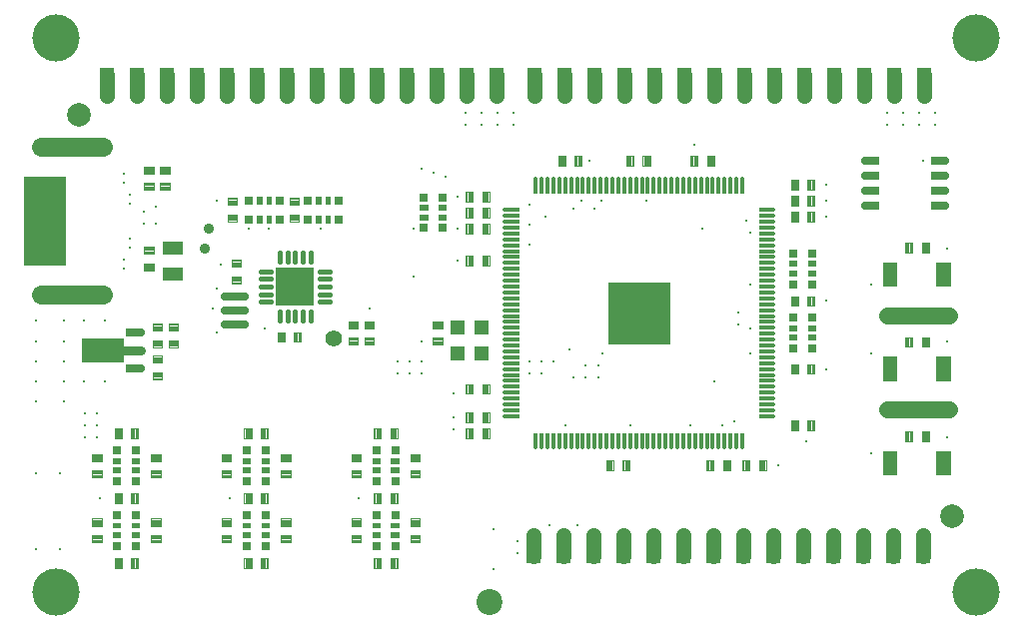
<source format=gts>
G71*G90*G75*D02*
%ASAXBY*OFA0B0*MOMM*FSLAX43Y43*IPPOS*%
%ADD11C,0.100*%
%ADD15C,0.300*%
%ADD16C,0.350*%
%ADD17C,0.400*%
%ADD22C,0.650*%
%ADD23C,0.700*%
%ADD24C,0.800*%
%ADD25C,0.900*%
%ADD28C,1.300*%
%ADD29C,1.400*%
%ADD30C,1.600*%
%ADD31C,2.000*%
%ADD32C,2.200*%
%ADD33C,4.000*%
%ADD37R,0.350X0.350*%
%ADD39R,0.500X0.500*%
%ADD42R,0.650X0.650*%
%ADD43R,0.700X0.700*%
%ADD45R,1.100X1.100*%
%ADD46R,1.200X1.200*%
%ADD47R,1.300X1.300*%
%ADD49R,2.100X2.100*%
%ADD51R,3.300X3.300*%
%ADD52R,3.500X3.500*%
%ADD55R,5.300X5.300*%
G54D15*
G01X146500Y180250D03*
Y179250D03*
X144750Y182750D03*
Y183500D03*
X145250Y181000D03*
Y181750D03*
X147500Y179250D03*
X145250Y178000D03*
Y177250D03*
X144750Y176250D03*
Y175500D03*
X147500Y180750D03*
G54D11*
X146480Y184120D02*
X147280D01*
Y183520D01*
X146480D01*
Y184120D01*
Y184025D02*
X147280D01*
X146480Y183930D02*
X147280D01*
X146480Y183835D02*
X147280D01*
X146480Y183740D02*
X147280D01*
X146480Y183645D02*
X147280D01*
X146480Y183550D02*
X147280D01*
X146480Y182720D02*
X147280D01*
Y182120D01*
X146480D01*
Y182720D01*
Y182625D02*
X147280D01*
X146480Y182530D02*
X147280D01*
X146480Y182435D02*
X147280D01*
X146480Y182340D02*
X147280D01*
X146480Y182245D02*
X147280D01*
X146480Y182150D02*
X147280D01*
X147840Y184120D02*
X148640D01*
Y183520D01*
X147840D01*
Y184120D01*
Y184025D02*
X148640D01*
X147840Y183930D02*
X148640D01*
X147840Y183835D02*
X148640D01*
X147840Y183740D02*
X148640D01*
X147840Y183645D02*
X148640D01*
X147840Y183550D02*
X148640D01*
X147840Y182720D02*
X148640D01*
Y182120D01*
X147840D01*
Y182720D01*
Y182625D02*
X148640D01*
X147840Y182530D02*
X148640D01*
X147840Y182435D02*
X148640D01*
X147840Y182340D02*
X148640D01*
X147840Y182245D02*
X148640D01*
X147840Y182150D02*
X148640D01*
G54D45*
X148607Y177200D02*
X149207D01*
X148607Y175000D02*
X149207D01*
G54D11*
X146480Y177320D02*
X147280D01*
Y176720D01*
X146480D01*
Y177320D01*
Y177225D02*
X147280D01*
X146480Y177130D02*
X147280D01*
X146480Y177035D02*
X147280D01*
X146480Y176940D02*
X147280D01*
X146480Y176845D02*
X147280D01*
X146480Y176750D02*
X147280D01*
X146480Y175920D02*
X147280D01*
Y175320D01*
X146480D01*
Y175920D01*
Y175825D02*
X147280D01*
X146480Y175730D02*
X147280D01*
X146480Y175635D02*
X147280D01*
X146480Y175540D02*
X147280D01*
X146480Y175445D02*
X147280D01*
X146480Y175350D02*
X147280D01*
X143980Y155600D02*
Y156400D01*
X144580D01*
Y155600D01*
X143980D01*
X144075D02*
Y156400D01*
X144170Y155600D02*
Y156400D01*
X144265Y155600D02*
Y156400D01*
X144360Y155600D02*
Y156400D01*
X144455Y155600D02*
Y156400D01*
X144550Y155600D02*
Y156400D01*
X145380Y155600D02*
Y156400D01*
X145980D01*
Y155600D01*
X145380D01*
X145475D02*
Y156400D01*
X145570Y155600D02*
Y156400D01*
X145665Y155600D02*
Y156400D01*
X145760Y155600D02*
Y156400D01*
X145855Y155600D02*
Y156400D01*
X145950Y155600D02*
Y156400D01*
G54D43*
X145775Y160053D03*
X144175D03*
Y157453D03*
X145775D03*
G54D39*
X144275Y159154D02*
X144075D01*
X144275Y158352D02*
X144075D01*
X145875Y159154D02*
X145675D01*
X145876Y158352D02*
X145676D01*
G54D11*
X147080Y158350D02*
X147880D01*
Y157750D01*
X147080D01*
Y158350D01*
Y158255D02*
X147880D01*
X147080Y158160D02*
X147880D01*
X147080Y158065D02*
X147880D01*
X147080Y157970D02*
X147880D01*
X147080Y157875D02*
X147880D01*
X147080Y157780D02*
X147880D01*
X147080Y159750D02*
X147880D01*
Y159150D01*
X147080D01*
Y159750D01*
Y159655D02*
X147880D01*
X147080Y159560D02*
X147880D01*
X147080Y159465D02*
X147880D01*
X147080Y159370D02*
X147880D01*
X147080Y159275D02*
X147880D01*
X147080Y159180D02*
X147880D01*
X142080Y158350D02*
X142880D01*
Y157750D01*
X142080D01*
Y158350D01*
Y158255D02*
X142880D01*
X142080Y158160D02*
X142880D01*
X142080Y158065D02*
X142880D01*
X142080Y157970D02*
X142880D01*
X142080Y157875D02*
X142880D01*
X142080Y157780D02*
X142880D01*
X142080Y159750D02*
X142880D01*
Y159150D01*
X142080D01*
Y159750D01*
Y159655D02*
X142880D01*
X142080Y159560D02*
X142880D01*
X142080Y159465D02*
X142880D01*
X142080Y159370D02*
X142880D01*
X142080Y159275D02*
X142880D01*
X142080Y159180D02*
X142880D01*
X143978Y161096D02*
Y161896D01*
X144578D01*
Y161096D01*
X143978D01*
X144073D02*
Y161896D01*
X144168Y161096D02*
Y161896D01*
X144263Y161096D02*
Y161896D01*
X144358Y161096D02*
Y161896D01*
X144453Y161096D02*
Y161896D01*
X144548Y161096D02*
Y161896D01*
X145378Y161096D02*
Y161896D01*
X145978D01*
Y161096D01*
X145378D01*
X145473D02*
Y161896D01*
X145568Y161096D02*
Y161896D01*
X145663Y161096D02*
Y161896D01*
X145758Y161096D02*
Y161896D01*
X145853Y161096D02*
Y161896D01*
X145948Y161096D02*
Y161896D01*
G54D43*
X145775Y154553D03*
X144175D03*
Y151953D03*
X145775D03*
G54D39*
X144275Y153654D02*
X144075D01*
X144275Y152852D02*
X144075D01*
X145875Y153654D02*
X145675D01*
X145876Y152852D02*
X145676D01*
G54D11*
X143980Y150100D02*
Y150900D01*
X144580D01*
Y150100D01*
X143980D01*
X144075D02*
Y150900D01*
X144170Y150100D02*
Y150900D01*
X144265Y150100D02*
Y150900D01*
X144360Y150100D02*
Y150900D01*
X144455Y150100D02*
Y150900D01*
X144550Y150100D02*
Y150900D01*
X145380Y150100D02*
Y150900D01*
X145980D01*
Y150100D01*
X145380D01*
X145475D02*
Y150900D01*
X145570Y150100D02*
Y150900D01*
X145665Y150100D02*
Y150900D01*
X145760Y150100D02*
Y150900D01*
X145855Y150100D02*
Y150900D01*
X145950Y150100D02*
Y150900D01*
X142080Y152850D02*
X142880D01*
Y152250D01*
X142080D01*
Y152850D01*
Y152755D02*
X142880D01*
X142080Y152660D02*
X142880D01*
X142080Y152565D02*
X142880D01*
X142080Y152470D02*
X142880D01*
X142080Y152375D02*
X142880D01*
X142080Y152280D02*
X142880D01*
X142080Y154250D02*
X142880D01*
Y153650D01*
X142080D01*
Y154250D01*
Y154155D02*
X142880D01*
X142080Y154060D02*
X142880D01*
X142080Y153965D02*
X142880D01*
X142080Y153870D02*
X142880D01*
X142080Y153775D02*
X142880D01*
X142080Y153680D02*
X142880D01*
X147080Y152850D02*
X147880D01*
Y152250D01*
X147080D01*
Y152850D01*
Y152755D02*
X147880D01*
X147080Y152660D02*
X147880D01*
X147080Y152565D02*
X147880D01*
X147080Y152470D02*
X147880D01*
X147080Y152375D02*
X147880D01*
X147080Y152280D02*
X147880D01*
X147080Y154250D02*
X147880D01*
Y153650D01*
X147080D01*
Y154250D01*
Y154155D02*
X147880D01*
X147080Y154060D02*
X147880D01*
X147080Y153965D02*
X147880D01*
X147080Y153870D02*
X147880D01*
X147080Y153775D02*
X147880D01*
X147080Y153680D02*
X147880D01*
G54D15*
X142720Y156003D03*
G54D11*
X154980Y155600D02*
Y156400D01*
X155580D01*
Y155600D01*
X154980D01*
X155075D02*
Y156400D01*
X155170Y155600D02*
Y156400D01*
X155265Y155600D02*
Y156400D01*
X155360Y155600D02*
Y156400D01*
X155455Y155600D02*
Y156400D01*
X155550Y155600D02*
Y156400D01*
X156380Y155600D02*
Y156400D01*
X156980D01*
Y155600D01*
X156380D01*
X156475D02*
Y156400D01*
X156570Y155600D02*
Y156400D01*
X156665Y155600D02*
Y156400D01*
X156760Y155600D02*
Y156400D01*
X156855Y155600D02*
Y156400D01*
X156950Y155600D02*
Y156400D01*
G54D43*
X156775Y160053D03*
X155175D03*
Y157453D03*
X156775D03*
G54D39*
X155275Y159154D02*
X155075D01*
X155275Y158352D02*
X155075D01*
X156875Y159154D02*
X156675D01*
X156876Y158352D02*
X156676D01*
G54D11*
X158080Y158350D02*
X158880D01*
Y157750D01*
X158080D01*
Y158350D01*
Y158255D02*
X158880D01*
X158080Y158160D02*
X158880D01*
X158080Y158065D02*
X158880D01*
X158080Y157970D02*
X158880D01*
X158080Y157875D02*
X158880D01*
X158080Y157780D02*
X158880D01*
X158080Y159750D02*
X158880D01*
Y159150D01*
X158080D01*
Y159750D01*
Y159655D02*
X158880D01*
X158080Y159560D02*
X158880D01*
X158080Y159465D02*
X158880D01*
X158080Y159370D02*
X158880D01*
X158080Y159275D02*
X158880D01*
X158080Y159180D02*
X158880D01*
X153080Y158350D02*
X153880D01*
Y157750D01*
X153080D01*
Y158350D01*
Y158255D02*
X153880D01*
X153080Y158160D02*
X153880D01*
X153080Y158065D02*
X153880D01*
X153080Y157970D02*
X153880D01*
X153080Y157875D02*
X153880D01*
X153080Y157780D02*
X153880D01*
X153080Y159750D02*
X153880D01*
Y159150D01*
X153080D01*
Y159750D01*
Y159655D02*
X153880D01*
X153080Y159560D02*
X153880D01*
X153080Y159465D02*
X153880D01*
X153080Y159370D02*
X153880D01*
X153080Y159275D02*
X153880D01*
X153080Y159180D02*
X153880D01*
X154978Y161096D02*
Y161896D01*
X155578D01*
Y161096D01*
X154978D01*
X155073D02*
Y161896D01*
X155168Y161096D02*
Y161896D01*
X155263Y161096D02*
Y161896D01*
X155358Y161096D02*
Y161896D01*
X155453Y161096D02*
Y161896D01*
X155548Y161096D02*
Y161896D01*
X156378Y161096D02*
Y161896D01*
X156978D01*
Y161096D01*
X156378D01*
X156473D02*
Y161896D01*
X156568Y161096D02*
Y161896D01*
X156663Y161096D02*
Y161896D01*
X156758Y161096D02*
Y161896D01*
X156853Y161096D02*
Y161896D01*
X156948Y161096D02*
Y161896D01*
G54D43*
X156775Y154553D03*
X155175D03*
Y151953D03*
X156775D03*
G54D39*
X155275Y153654D02*
X155075D01*
X155275Y152852D02*
X155075D01*
X156875Y153654D02*
X156675D01*
X156876Y152852D02*
X156676D01*
G54D11*
X154980Y150100D02*
Y150900D01*
X155580D01*
Y150100D01*
X154980D01*
X155075D02*
Y150900D01*
X155170Y150100D02*
Y150900D01*
X155265Y150100D02*
Y150900D01*
X155360Y150100D02*
Y150900D01*
X155455Y150100D02*
Y150900D01*
X155550Y150100D02*
Y150900D01*
X156380Y150100D02*
Y150900D01*
X156980D01*
Y150100D01*
X156380D01*
X156475D02*
Y150900D01*
X156570Y150100D02*
Y150900D01*
X156665Y150100D02*
Y150900D01*
X156760Y150100D02*
Y150900D01*
X156855Y150100D02*
Y150900D01*
X156950Y150100D02*
Y150900D01*
X153080Y152850D02*
X153880D01*
Y152250D01*
X153080D01*
Y152850D01*
Y152755D02*
X153880D01*
X153080Y152660D02*
X153880D01*
X153080Y152565D02*
X153880D01*
X153080Y152470D02*
X153880D01*
X153080Y152375D02*
X153880D01*
X153080Y152280D02*
X153880D01*
X153080Y154250D02*
X153880D01*
Y153650D01*
X153080D01*
Y154250D01*
Y154155D02*
X153880D01*
X153080Y154060D02*
X153880D01*
X153080Y153965D02*
X153880D01*
X153080Y153870D02*
X153880D01*
X153080Y153775D02*
X153880D01*
X153080Y153680D02*
X153880D01*
X158080Y152850D02*
X158880D01*
Y152250D01*
X158080D01*
Y152850D01*
Y152755D02*
X158880D01*
X158080Y152660D02*
X158880D01*
X158080Y152565D02*
X158880D01*
X158080Y152470D02*
X158880D01*
X158080Y152375D02*
X158880D01*
X158080Y152280D02*
X158880D01*
X158080Y154250D02*
X158880D01*
Y153650D01*
X158080D01*
Y154250D01*
Y154155D02*
X158880D01*
X158080Y154060D02*
X158880D01*
X158080Y153965D02*
X158880D01*
X158080Y153870D02*
X158880D01*
X158080Y153775D02*
X158880D01*
X158080Y153680D02*
X158880D01*
G54D15*
X153720Y156003D03*
G54D11*
X165980Y155600D02*
Y156400D01*
X166580D01*
Y155600D01*
X165980D01*
X166075D02*
Y156400D01*
X166170Y155600D02*
Y156400D01*
X166265Y155600D02*
Y156400D01*
X166360Y155600D02*
Y156400D01*
X166455Y155600D02*
Y156400D01*
X166550Y155600D02*
Y156400D01*
X167380Y155600D02*
Y156400D01*
X167980D01*
Y155600D01*
X167380D01*
X167475D02*
Y156400D01*
X167570Y155600D02*
Y156400D01*
X167665Y155600D02*
Y156400D01*
X167760Y155600D02*
Y156400D01*
X167855Y155600D02*
Y156400D01*
X167950Y155600D02*
Y156400D01*
G54D43*
X167775Y160053D03*
X166175D03*
Y157453D03*
X167775D03*
G54D39*
X166275Y159154D02*
X166075D01*
X166275Y158352D02*
X166075D01*
X167875Y159154D02*
X167675D01*
X167876Y158352D02*
X167676D01*
G54D11*
X169080Y158350D02*
X169880D01*
Y157750D01*
X169080D01*
Y158350D01*
Y158255D02*
X169880D01*
X169080Y158160D02*
X169880D01*
X169080Y158065D02*
X169880D01*
X169080Y157970D02*
X169880D01*
X169080Y157875D02*
X169880D01*
X169080Y157780D02*
X169880D01*
X169080Y159750D02*
X169880D01*
Y159150D01*
X169080D01*
Y159750D01*
Y159655D02*
X169880D01*
X169080Y159560D02*
X169880D01*
X169080Y159465D02*
X169880D01*
X169080Y159370D02*
X169880D01*
X169080Y159275D02*
X169880D01*
X169080Y159180D02*
X169880D01*
X164080Y158350D02*
X164880D01*
Y157750D01*
X164080D01*
Y158350D01*
Y158255D02*
X164880D01*
X164080Y158160D02*
X164880D01*
X164080Y158065D02*
X164880D01*
X164080Y157970D02*
X164880D01*
X164080Y157875D02*
X164880D01*
X164080Y157780D02*
X164880D01*
X164080Y159750D02*
X164880D01*
Y159150D01*
X164080D01*
Y159750D01*
Y159655D02*
X164880D01*
X164080Y159560D02*
X164880D01*
X164080Y159465D02*
X164880D01*
X164080Y159370D02*
X164880D01*
X164080Y159275D02*
X164880D01*
X164080Y159180D02*
X164880D01*
X165978Y161096D02*
Y161896D01*
X166578D01*
Y161096D01*
X165978D01*
X166073D02*
Y161896D01*
X166168Y161096D02*
Y161896D01*
X166263Y161096D02*
Y161896D01*
X166358Y161096D02*
Y161896D01*
X166453Y161096D02*
Y161896D01*
X166548Y161096D02*
Y161896D01*
X167378Y161096D02*
Y161896D01*
X167978D01*
Y161096D01*
X167378D01*
X167473D02*
Y161896D01*
X167568Y161096D02*
Y161896D01*
X167663Y161096D02*
Y161896D01*
X167758Y161096D02*
Y161896D01*
X167853Y161096D02*
Y161896D01*
X167948Y161096D02*
Y161896D01*
G54D43*
X167775Y154553D03*
X166175D03*
Y151953D03*
X167775D03*
G54D39*
X166275Y153654D02*
X166075D01*
X166275Y152852D02*
X166075D01*
X167875Y153654D02*
X167675D01*
X167876Y152852D02*
X167676D01*
G54D11*
X165980Y150100D02*
Y150900D01*
X166580D01*
Y150100D01*
X165980D01*
X166075D02*
Y150900D01*
X166170Y150100D02*
Y150900D01*
X166265Y150100D02*
Y150900D01*
X166360Y150100D02*
Y150900D01*
X166455Y150100D02*
Y150900D01*
X166550Y150100D02*
Y150900D01*
X167380Y150100D02*
Y150900D01*
X167980D01*
Y150100D01*
X167380D01*
X167475D02*
Y150900D01*
X167570Y150100D02*
Y150900D01*
X167665Y150100D02*
Y150900D01*
X167760Y150100D02*
Y150900D01*
X167855Y150100D02*
Y150900D01*
X167950Y150100D02*
Y150900D01*
X164080Y152850D02*
X164880D01*
Y152250D01*
X164080D01*
Y152850D01*
Y152755D02*
X164880D01*
X164080Y152660D02*
X164880D01*
X164080Y152565D02*
X164880D01*
X164080Y152470D02*
X164880D01*
X164080Y152375D02*
X164880D01*
X164080Y152280D02*
X164880D01*
X164080Y154250D02*
X164880D01*
Y153650D01*
X164080D01*
Y154250D01*
Y154155D02*
X164880D01*
X164080Y154060D02*
X164880D01*
X164080Y153965D02*
X164880D01*
X164080Y153870D02*
X164880D01*
X164080Y153775D02*
X164880D01*
X164080Y153680D02*
X164880D01*
X169080Y152850D02*
X169880D01*
Y152250D01*
X169080D01*
Y152850D01*
Y152755D02*
X169880D01*
X169080Y152660D02*
X169880D01*
X169080Y152565D02*
X169880D01*
X169080Y152470D02*
X169880D01*
X169080Y152375D02*
X169880D01*
X169080Y152280D02*
X169880D01*
X169080Y154250D02*
X169880D01*
Y153650D01*
X169080D01*
Y154250D01*
Y154155D02*
X169880D01*
X169080Y154060D02*
X169880D01*
X169080Y153965D02*
X169880D01*
X169080Y153870D02*
X169880D01*
X169080Y153775D02*
X169880D01*
X169080Y153680D02*
X169880D01*
G54D15*
X164720Y156003D03*
G54D11*
X211000Y176850D02*
Y177650D01*
X211600D01*
Y176850D01*
X211000D01*
X211095D02*
Y177650D01*
X211190Y176850D02*
Y177650D01*
X211285Y176850D02*
Y177650D01*
X211380Y176850D02*
Y177650D01*
X211475Y176850D02*
Y177650D01*
X211570Y176850D02*
Y177650D01*
X212400Y176850D02*
Y177650D01*
X213000D01*
Y176850D01*
X212400D01*
X212495D02*
Y177650D01*
X212590Y176850D02*
Y177650D01*
X212685Y176850D02*
Y177650D01*
X212780Y176850D02*
Y177650D01*
X212875Y176850D02*
Y177650D01*
X212970Y176850D02*
Y177650D01*
G54D46*
X209750Y175400D02*
Y174500D01*
X214250Y175400D02*
Y174500D01*
G54D11*
X211000Y168850D02*
Y169650D01*
X211600D01*
Y168850D01*
X211000D01*
X211095D02*
Y169650D01*
X211190Y168850D02*
Y169650D01*
X211285Y168850D02*
Y169650D01*
X211380Y168850D02*
Y169650D01*
X211475Y168850D02*
Y169650D01*
X211570Y168850D02*
Y169650D01*
X212400Y168850D02*
Y169650D01*
X213000D01*
Y168850D01*
X212400D01*
X212495D02*
Y169650D01*
X212590Y168850D02*
Y169650D01*
X212685Y168850D02*
Y169650D01*
X212780Y168850D02*
Y169650D01*
X212875Y168850D02*
Y169650D01*
X212970Y168850D02*
Y169650D01*
G54D46*
X209750Y167400D02*
Y166500D01*
X214250Y167400D02*
Y166500D01*
G54D11*
X211000Y160850D02*
Y161650D01*
X211600D01*
Y160850D01*
X211000D01*
X211095D02*
Y161650D01*
X211190Y160850D02*
Y161650D01*
X211285Y160850D02*
Y161650D01*
X211380Y160850D02*
Y161650D01*
X211475Y160850D02*
Y161650D01*
X211570Y160850D02*
Y161650D01*
X212400Y160850D02*
Y161650D01*
X213000D01*
Y160850D01*
X212400D01*
X212495D02*
Y161650D01*
X212590Y160850D02*
Y161650D01*
X212685Y160850D02*
Y161650D01*
X212780Y160850D02*
Y161650D01*
X212875Y160850D02*
Y161650D01*
X212970Y160850D02*
Y161650D01*
G54D46*
X209750Y159400D02*
Y158500D01*
X214250Y159400D02*
Y158500D01*
G54D33*
X139000Y195000D03*
Y148000D03*
X217000Y195000D03*
Y148000D03*
G54D29*
X209500Y171500D02*
X214750D01*
X209500Y163500D02*
X214750D01*
G54D15*
X137354Y171019D03*
Y169319D03*
Y167619D03*
Y165919D03*
Y164219D03*
X142460Y161160D03*
X141440D03*
Y162180D03*
X142460D03*
X141440Y163200D03*
X142460D03*
X137354Y151639D03*
Y158099D03*
X139394Y151639D03*
Y158099D03*
G54D30*
X137750Y185750D02*
X143000D01*
X137750Y173250D02*
X143000D01*
G54D15*
X180874Y153679D03*
X183254D03*
X176114Y153339D03*
Y149939D03*
X178160Y152320D03*
Y151300D03*
X173734Y188699D03*
X175094D03*
X173734Y187679D03*
X175094D03*
X209434Y188699D03*
Y187679D03*
X210794Y188699D03*
Y187679D03*
X176460Y188700D03*
Y187680D03*
X177820Y188700D03*
Y187680D03*
X212160Y188700D03*
Y187680D03*
X213520Y188700D03*
Y187680D03*
X208074Y159799D03*
Y174079D03*
X214540Y177140D03*
Y169320D03*
Y161160D03*
X208074Y168299D03*
G54D47*
X179552Y191916D03*
G54D28*
Y190135D01*
G54D47*
X182092Y191916D03*
G54D28*
Y190135D01*
G54D47*
X184632Y191916D03*
G54D28*
Y190135D01*
G54D47*
X187172Y191916D03*
G54D28*
Y190135D01*
G54D47*
X189712Y191916D03*
G54D28*
Y190135D01*
G54D47*
X192252Y191916D03*
G54D28*
Y190135D01*
G54D47*
X194792Y191916D03*
G54D28*
Y190135D01*
G54D47*
X197332Y191916D03*
G54D28*
Y190135D01*
G54D47*
X199872Y191916D03*
G54D28*
Y190135D01*
G54D47*
X202412Y191916D03*
G54D28*
Y190135D01*
G54D47*
X204952Y191916D03*
G54D28*
Y190135D01*
G54D47*
X207492Y191916D03*
G54D28*
Y190135D01*
G54D47*
X210032Y191916D03*
G54D28*
Y190135D01*
G54D47*
X212572Y191916D03*
G54D28*
Y190135D01*
G54D47*
X143352Y191916D03*
G54D28*
Y190135D01*
G54D47*
X145892Y191916D03*
G54D28*
Y190135D01*
G54D47*
X148432Y191916D03*
G54D28*
Y190135D01*
G54D47*
X150972Y191916D03*
G54D28*
Y190135D01*
G54D47*
X153512Y191916D03*
G54D28*
Y190135D01*
G54D47*
X156052Y191916D03*
G54D28*
Y190135D01*
G54D47*
X158592Y191916D03*
G54D28*
Y190135D01*
G54D47*
X161132Y191916D03*
G54D28*
Y190135D01*
G54D47*
X163672Y191916D03*
G54D28*
Y190135D01*
G54D47*
X166212Y191916D03*
G54D28*
Y190135D01*
G54D47*
X168752Y191916D03*
G54D28*
Y190135D01*
G54D47*
X171292Y191916D03*
G54D28*
Y190135D01*
G54D47*
X173832Y191916D03*
G54D28*
Y190135D01*
G54D47*
X176372Y191916D03*
G54D28*
Y190135D01*
G54D47*
X212548Y151084D03*
G54D28*
Y152865D01*
G54D47*
X210008Y151084D03*
G54D28*
Y152865D01*
G54D47*
X207468Y151084D03*
G54D28*
Y152865D01*
G54D47*
X204928Y151084D03*
G54D28*
Y152865D01*
G54D47*
X202388Y151084D03*
G54D28*
Y152865D01*
G54D47*
X199848Y151084D03*
G54D28*
Y152865D01*
G54D47*
X197308Y151084D03*
G54D28*
Y152865D01*
G54D47*
X194768Y151084D03*
G54D28*
Y152865D01*
G54D47*
X192228Y151084D03*
G54D28*
Y152865D01*
G54D47*
X189688Y151084D03*
G54D28*
Y152865D01*
G54D47*
X187148Y151084D03*
G54D28*
Y152865D01*
G54D47*
X184608Y151084D03*
G54D28*
Y152865D01*
G54D47*
X182068Y151084D03*
G54D28*
Y152865D01*
G54D47*
X179528Y151084D03*
G54D28*
Y152865D01*
G54D52*
X138100Y181499D02*
Y177499D01*
G54D23*
X146252Y167019D02*
X145302D01*
G54D43*
D03*
G54D49*
X143752Y168519D02*
X142252D01*
G54D23*
X146252Y170019D02*
X145302D01*
G54D43*
D03*
G54D24*
X146252Y168519D02*
X144192D01*
G54D11*
X147210Y166660D02*
X148010D01*
Y166060D01*
X147210D01*
Y166660D01*
Y166565D02*
X148010D01*
X147210Y166470D02*
X148010D01*
X147210Y166375D02*
X148010D01*
X147210Y166280D02*
X148010D01*
X147210Y166185D02*
X148010D01*
X147210Y166090D02*
X148010D01*
X147210Y168060D02*
X148010D01*
Y167460D01*
X147210D01*
Y168060D01*
Y167965D02*
X148010D01*
X147210Y167870D02*
X148010D01*
X147210Y167775D02*
X148010D01*
X147210Y167680D02*
X148010D01*
X147210Y167585D02*
X148010D01*
X147210Y167490D02*
X148010D01*
X147210Y169380D02*
X148010D01*
Y168780D01*
X147210D01*
Y169380D01*
Y169285D02*
X148010D01*
X147210Y169190D02*
X148010D01*
X147210Y169095D02*
X148010D01*
X147210Y169000D02*
X148010D01*
X147210Y168905D02*
X148010D01*
X147210Y168810D02*
X148010D01*
X147210Y170780D02*
X148010D01*
Y170180D01*
X147210D01*
Y170780D01*
Y170685D02*
X148010D01*
X147210Y170590D02*
X148010D01*
X147210Y170495D02*
X148010D01*
X147210Y170400D02*
X148010D01*
X147210Y170305D02*
X148010D01*
X147210Y170210D02*
X148010D01*
X148572Y169377D02*
X149372D01*
Y168777D01*
X148572D01*
Y169377D01*
Y169282D02*
X149372D01*
X148572Y169187D02*
X149372D01*
X148572Y169092D02*
X149372D01*
X148572Y168997D02*
X149372D01*
X148572Y168902D02*
X149372D01*
X148572Y168807D02*
X149372D01*
X148572Y170777D02*
X149372D01*
Y170177D01*
X148572D01*
Y170777D01*
Y170682D02*
X149372D01*
X148572Y170587D02*
X149372D01*
X148572Y170492D02*
X149372D01*
X148572Y170397D02*
X149372D01*
X148572Y170302D02*
X149372D01*
X148572Y170207D02*
X149372D01*
G54D15*
X141434Y171019D03*
Y165919D03*
X143134Y171019D03*
Y165919D03*
X139734Y171019D03*
Y169319D03*
Y167619D03*
Y165919D03*
Y164219D03*
G54D31*
X215000Y154500D03*
X141000Y188500D03*
G54D32*
X175800Y147220D03*
G54D22*
X153346Y171876D02*
X155046D01*
X153346Y170676D02*
X155046D01*
X153346Y173076D02*
X155046D01*
G54D11*
X153890Y174790D02*
X154690D01*
Y174190D01*
X153890D01*
Y174790D01*
Y174695D02*
X154690D01*
X153890Y174600D02*
X154690D01*
X153890Y174505D02*
X154690D01*
X153890Y174410D02*
X154690D01*
X153890Y174315D02*
X154690D01*
X153890Y174220D02*
X154690D01*
X153890Y176190D02*
X154690D01*
Y175590D01*
X153890D01*
Y176190D01*
Y176095D02*
X154690D01*
X153890Y176000D02*
X154690D01*
X153890Y175905D02*
X154690D01*
X153890Y175810D02*
X154690D01*
X153890Y175715D02*
X154690D01*
X153890Y175620D02*
X154690D01*
X157780Y169260D02*
Y170060D01*
X158380D01*
Y169260D01*
X157780D01*
X157875D02*
Y170060D01*
X157970Y169260D02*
Y170060D01*
X158065Y169260D02*
Y170060D01*
X158160Y169260D02*
Y170060D01*
X158255Y169260D02*
Y170060D01*
X158350Y169260D02*
Y170060D01*
X159180Y169260D02*
Y170060D01*
X159780D01*
Y169260D01*
X159180D01*
X159275D02*
Y170060D01*
X159370Y169260D02*
Y170060D01*
X159465Y169260D02*
Y170060D01*
X159560Y169260D02*
Y170060D01*
X159655Y169260D02*
Y170060D01*
X159750Y169260D02*
Y170060D01*
G54D15*
X152654Y173739D03*
X152314Y172039D03*
X152654Y169999D03*
X156734Y170339D03*
G54D43*
X160397Y181235D03*
Y179635D03*
X162997D03*
Y181235D03*
G54D39*
X161296Y179735D02*
Y179535D01*
X162098Y179735D02*
Y179535D01*
X161296Y181335D02*
Y181135D01*
X162098Y181336D02*
Y181136D01*
G54D11*
X158800Y180040D02*
X159600D01*
Y179440D01*
X158800D01*
Y180040D01*
Y179945D02*
X159600D01*
X158800Y179850D02*
X159600D01*
X158800Y179755D02*
X159600D01*
X158800Y179660D02*
X159600D01*
X158800Y179565D02*
X159600D01*
X158800Y179470D02*
X159600D01*
X158800Y181440D02*
X159600D01*
Y180840D01*
X158800D01*
Y181440D01*
Y181345D02*
X159600D01*
X158800Y181250D02*
X159600D01*
X158800Y181155D02*
X159600D01*
X158800Y181060D02*
X159600D01*
X158800Y180965D02*
X159600D01*
X158800Y180870D02*
X159600D01*
G54D43*
X155397Y181235D03*
Y179635D03*
X157997D03*
Y181235D03*
G54D39*
X156296Y179735D02*
Y179535D01*
X157098Y179735D02*
Y179535D01*
X156296Y181335D02*
Y181135D01*
X157098Y181336D02*
Y181136D01*
G54D11*
X153550Y180040D02*
X154350D01*
Y179440D01*
X153550D01*
Y180040D01*
Y179945D02*
X154350D01*
X153550Y179850D02*
X154350D01*
X153550Y179755D02*
X154350D01*
X153550Y179660D02*
X154350D01*
X153550Y179565D02*
X154350D01*
X153550Y179470D02*
X154350D01*
X153550Y181440D02*
X154350D01*
Y180840D01*
X153550D01*
Y181440D01*
Y181345D02*
X154350D01*
X153550Y181250D02*
X154350D01*
X153550Y181155D02*
X154350D01*
X153550Y181060D02*
X154350D01*
X153550Y180965D02*
X154350D01*
X153550Y180870D02*
X154350D01*
G54D15*
X155374Y178839D03*
X157074D03*
X161494D03*
G54D29*
X162530Y169520D03*
G54D15*
X152994Y175779D03*
X152654Y181219D03*
G54D11*
X165180Y169600D02*
X165980D01*
Y169000D01*
X165180D01*
Y169600D01*
Y169505D02*
X165980D01*
X165180Y169410D02*
X165980D01*
X165180Y169315D02*
X165980D01*
X165180Y169220D02*
X165980D01*
X165180Y169125D02*
X165980D01*
X165180Y169030D02*
X165980D01*
X165180Y171000D02*
X165980D01*
Y170400D01*
X165180D01*
Y171000D01*
Y170905D02*
X165980D01*
X165180Y170810D02*
X165980D01*
X165180Y170715D02*
X165980D01*
X165180Y170620D02*
X165980D01*
X165180Y170525D02*
X165980D01*
X165180Y170430D02*
X165980D01*
X163820Y169600D02*
X164620D01*
Y169000D01*
X163820D01*
Y169600D01*
Y169505D02*
X164620D01*
X163820Y169410D02*
X164620D01*
X163820Y169315D02*
X164620D01*
X163820Y169220D02*
X164620D01*
X163820Y169125D02*
X164620D01*
X163820Y169030D02*
X164620D01*
X163820Y171000D02*
X164620D01*
Y170400D01*
X163820D01*
Y171000D01*
Y170905D02*
X164620D01*
X163820Y170810D02*
X164620D01*
X163820Y170715D02*
X164620D01*
X163820Y170620D02*
X164620D01*
X163820Y170525D02*
X164620D01*
X163820Y170430D02*
X164620D01*
G54D15*
X165574Y172039D03*
X158098Y172747D03*
X159288Y173937D03*
X160478Y172747D03*
Y175127D03*
X158098D03*
G54D51*
X159290Y173940D03*
G54D17*
X157190D02*
X156390D01*
X162190D02*
X161390D01*
X159290Y171840D02*
Y171040D01*
Y176840D02*
Y176040D01*
X158640Y171840D02*
Y171040D01*
Y176840D02*
Y176040D01*
X157990Y171840D02*
Y171040D01*
Y176840D02*
Y176040D01*
X159940Y171840D02*
Y171040D01*
Y176840D02*
Y176040D01*
X160590Y171840D02*
Y171040D01*
Y176840D02*
Y176040D01*
X157190Y173290D02*
X156390D01*
X162190D02*
X161390D01*
X157190Y172640D02*
X156390D01*
X162190D02*
X161390D01*
X157190Y174590D02*
X156390D01*
X162190D02*
X161390D01*
X157190Y175240D02*
X156390D01*
X162190D02*
X161390D01*
G54D47*
X175095Y170456D03*
X173095D03*
Y168256D03*
X175095D03*
G54D15*
X180534Y179859D03*
X182580Y168640D03*
X185300Y168300D03*
G54D11*
X173760Y181160D02*
Y181960D01*
X174360D01*
Y181160D01*
X173760D01*
X173855D02*
Y181960D01*
X173950Y181160D02*
Y181960D01*
X174045Y181160D02*
Y181960D01*
X174140Y181160D02*
Y181960D01*
X174235Y181160D02*
Y181960D01*
X174330Y181160D02*
Y181960D01*
X175160Y181160D02*
Y181960D01*
X175760D01*
Y181160D01*
X175160D01*
X175255D02*
Y181960D01*
X175350Y181160D02*
Y181960D01*
X175445Y181160D02*
Y181960D01*
X175540Y181160D02*
Y181960D01*
X175635Y181160D02*
Y181960D01*
X175730Y181160D02*
Y181960D01*
G54D15*
X173054Y181559D03*
G54D11*
X173760Y179800D02*
Y180600D01*
X174360D01*
Y179800D01*
X173760D01*
X173855D02*
Y180600D01*
X173950Y179800D02*
Y180600D01*
X174045Y179800D02*
Y180600D01*
X174140Y179800D02*
Y180600D01*
X174235Y179800D02*
Y180600D01*
X174330Y179800D02*
Y180600D01*
X175160Y179800D02*
Y180600D01*
X175760D01*
Y179800D01*
X175160D01*
X175255D02*
Y180600D01*
X175350Y179800D02*
Y180600D01*
X175445Y179800D02*
Y180600D01*
X175540Y179800D02*
Y180600D01*
X175635Y179800D02*
Y180600D01*
X175730Y179800D02*
Y180600D01*
X173760Y178440D02*
Y179240D01*
X174360D01*
Y178440D01*
X173760D01*
X173855D02*
Y179240D01*
X173950Y178440D02*
Y179240D01*
X174045Y178440D02*
Y179240D01*
X174140Y178440D02*
Y179240D01*
X174235Y178440D02*
Y179240D01*
X174330Y178440D02*
Y179240D01*
X175160Y178440D02*
Y179240D01*
X175760D01*
Y178440D01*
X175160D01*
X175255D02*
Y179240D01*
X175350Y178440D02*
Y179240D01*
X175445Y178440D02*
Y179240D01*
X175540Y178440D02*
Y179240D01*
X175635Y178440D02*
Y179240D01*
X175730Y178440D02*
Y179240D01*
G54D15*
X173054Y178839D03*
G54D11*
X173760Y175720D02*
Y176520D01*
X174360D01*
Y175720D01*
X173760D01*
X173855D02*
Y176520D01*
X173950Y175720D02*
Y176520D01*
X174045Y175720D02*
Y176520D01*
X174140Y175720D02*
Y176520D01*
X174235Y175720D02*
Y176520D01*
X174330Y175720D02*
Y176520D01*
X175160Y175720D02*
Y176520D01*
X175760D01*
Y175720D01*
X175160D01*
X175255D02*
Y176520D01*
X175350Y175720D02*
Y176520D01*
X175445Y175720D02*
Y176520D01*
X175540Y175720D02*
Y176520D01*
X175635Y175720D02*
Y176520D01*
X175730Y175720D02*
Y176520D01*
G54D15*
X173054Y176119D03*
G54D11*
X173760Y164840D02*
Y165640D01*
X174360D01*
Y164840D01*
X173760D01*
X173855D02*
Y165640D01*
X173950Y164840D02*
Y165640D01*
X174045Y164840D02*
Y165640D01*
X174140Y164840D02*
Y165640D01*
X174235Y164840D02*
Y165640D01*
X174330Y164840D02*
Y165640D01*
X175160Y164840D02*
Y165640D01*
X175760D01*
Y164840D01*
X175160D01*
X175255D02*
Y165640D01*
X175350Y164840D02*
Y165640D01*
X175445Y164840D02*
Y165640D01*
X175540Y164840D02*
Y165640D01*
X175635Y164840D02*
Y165640D01*
X175730Y164840D02*
Y165640D01*
X173760Y162460D02*
Y163260D01*
X174360D01*
Y162460D01*
X173760D01*
X173855D02*
Y163260D01*
X173950Y162460D02*
Y163260D01*
X174045Y162460D02*
Y163260D01*
X174140Y162460D02*
Y163260D01*
X174235Y162460D02*
Y163260D01*
X174330Y162460D02*
Y163260D01*
X175160Y162460D02*
Y163260D01*
X175760D01*
Y162460D01*
X175160D01*
X175255D02*
Y163260D01*
X175350Y162460D02*
Y163260D01*
X175445Y162460D02*
Y163260D01*
X175540Y162460D02*
Y163260D01*
X175635Y162460D02*
Y163260D01*
X175730Y162460D02*
Y163260D01*
X173760Y161100D02*
Y161900D01*
X174360D01*
Y161100D01*
X173760D01*
X173855D02*
Y161900D01*
X173950Y161100D02*
Y161900D01*
X174045Y161100D02*
Y161900D01*
X174140Y161100D02*
Y161900D01*
X174235Y161100D02*
Y161900D01*
X174330Y161100D02*
Y161900D01*
X175160Y161100D02*
Y161900D01*
X175760D01*
Y161100D01*
X175160D01*
X175255D02*
Y161900D01*
X175350Y161100D02*
Y161900D01*
X175445Y161100D02*
Y161900D01*
X175540Y161100D02*
Y161900D01*
X175635Y161100D02*
Y161900D01*
X175730Y161100D02*
Y161900D01*
X185660Y158380D02*
Y159180D01*
X186260D01*
Y158380D01*
X185660D01*
X185755D02*
Y159180D01*
X185850Y158380D02*
Y159180D01*
X185945Y158380D02*
Y159180D01*
X186040Y158380D02*
Y159180D01*
X186135Y158380D02*
Y159180D01*
X186230Y158380D02*
Y159180D01*
X187060Y158380D02*
Y159180D01*
X187660D01*
Y158380D01*
X187060D01*
X187155D02*
Y159180D01*
X187250Y158380D02*
Y159180D01*
X187345Y158380D02*
Y159180D01*
X187440Y158380D02*
Y159180D01*
X187535Y158380D02*
Y159180D01*
X187630Y158380D02*
Y159180D01*
X194160Y158380D02*
Y159180D01*
X194760D01*
Y158380D01*
X194160D01*
X194255D02*
Y159180D01*
X194350Y158380D02*
Y159180D01*
X194445Y158380D02*
Y159180D01*
X194540Y158380D02*
Y159180D01*
X194635Y158380D02*
Y159180D01*
X194730Y158380D02*
Y159180D01*
X195560Y158380D02*
Y159180D01*
X196160D01*
Y158380D01*
X195560D01*
X195655D02*
Y159180D01*
X195750Y158380D02*
Y159180D01*
X195845Y158380D02*
Y159180D01*
X195940Y158380D02*
Y159180D01*
X196035Y158380D02*
Y159180D01*
X196130Y158380D02*
Y159180D01*
X197220Y158380D02*
Y159180D01*
X197820D01*
Y158380D01*
X197220D01*
X197315D02*
Y159180D01*
X197410Y158380D02*
Y159180D01*
X197505Y158380D02*
Y159180D01*
X197600Y158380D02*
Y159180D01*
X197695Y158380D02*
Y159180D01*
X197790Y158380D02*
Y159180D01*
X198620Y158380D02*
Y159180D01*
X199220D01*
Y158380D01*
X198620D01*
X198715D02*
Y159180D01*
X198810Y158380D02*
Y159180D01*
X198905Y158380D02*
Y159180D01*
X199000Y158380D02*
Y159180D01*
X199095Y158380D02*
Y159180D01*
X199190Y158380D02*
Y159180D01*
G54D15*
X197874Y168299D03*
X182234Y162179D03*
X187674D03*
X192774D03*
X195494D03*
X197540Y179520D03*
X197874Y178499D03*
X189034Y181219D03*
X193800Y178840D03*
X197874Y174079D03*
G54D11*
X201300Y161780D02*
Y162580D01*
X201900D01*
Y161780D01*
X201300D01*
X201395D02*
Y162580D01*
X201490Y161780D02*
Y162580D01*
X201585Y161780D02*
Y162580D01*
X201680Y161780D02*
Y162580D01*
X201775Y161780D02*
Y162580D01*
X201870Y161780D02*
Y162580D01*
X202700Y161780D02*
Y162580D01*
X203300D01*
Y161780D01*
X202700D01*
X202795D02*
Y162580D01*
X202890Y161780D02*
Y162580D01*
X202985Y161780D02*
Y162580D01*
X203080Y161780D02*
Y162580D01*
X203175Y161780D02*
Y162580D01*
X203270Y161780D02*
Y162580D01*
G54D15*
X202634Y160819D03*
G54D11*
X187360Y184220D02*
Y185020D01*
X187960D01*
Y184220D01*
X187360D01*
X187455D02*
Y185020D01*
X187550Y184220D02*
Y185020D01*
X187645Y184220D02*
Y185020D01*
X187740Y184220D02*
Y185020D01*
X187835Y184220D02*
Y185020D01*
X187930Y184220D02*
Y185020D01*
X188760Y184220D02*
Y185020D01*
X189360D01*
Y184220D01*
X188760D01*
X188855D02*
Y185020D01*
X188950Y184220D02*
Y185020D01*
X189045Y184220D02*
Y185020D01*
X189140Y184220D02*
Y185020D01*
X189235Y184220D02*
Y185020D01*
X189330Y184220D02*
Y185020D01*
X181580Y184220D02*
Y185020D01*
X182180D01*
Y184220D01*
X181580D01*
X181675D02*
Y185020D01*
X181770Y184220D02*
Y185020D01*
X181865Y184220D02*
Y185020D01*
X181960Y184220D02*
Y185020D01*
X182055Y184220D02*
Y185020D01*
X182150Y184220D02*
Y185020D01*
X182980Y184220D02*
Y185020D01*
X183580D01*
Y184220D01*
X182980D01*
X183075D02*
Y185020D01*
X183170Y184220D02*
Y185020D01*
X183265Y184220D02*
Y185020D01*
X183360Y184220D02*
Y185020D01*
X183455Y184220D02*
Y185020D01*
X183550Y184220D02*
Y185020D01*
G54D15*
X184274Y184619D03*
G54D11*
X192800Y184220D02*
Y185020D01*
X193400D01*
Y184220D01*
X192800D01*
X192895D02*
Y185020D01*
X192990Y184220D02*
Y185020D01*
X193085Y184220D02*
Y185020D01*
X193180Y184220D02*
Y185020D01*
X193275Y184220D02*
Y185020D01*
X193370Y184220D02*
Y185020D01*
X194200Y184220D02*
Y185020D01*
X194800D01*
Y184220D01*
X194200D01*
X194295D02*
Y185020D01*
X194390Y184220D02*
Y185020D01*
X194485Y184220D02*
Y185020D01*
X194580Y184220D02*
Y185020D01*
X194675Y184220D02*
Y185020D01*
X194770Y184220D02*
Y185020D01*
G54D15*
X193114Y185979D03*
X196860Y171700D03*
X197880Y170340D03*
X196860Y170680D03*
X183600Y181220D03*
X182920Y180540D03*
X179180Y166600D03*
X180200D03*
X179180Y167620D03*
X180200D03*
X181220D03*
X183940Y167280D03*
Y166260D03*
X184960D03*
Y167280D03*
X182920Y166260D03*
X179180Y177480D03*
X196520Y162520D03*
X194820Y165920D03*
X179180Y180880D03*
X200254Y158779D03*
X179174Y179179D03*
X185294Y181219D03*
X184620Y180540D03*
G54D11*
X201300Y166540D02*
Y167340D01*
X201900D01*
Y166540D01*
X201300D01*
X201395D02*
Y167340D01*
X201490Y166540D02*
Y167340D01*
X201585Y166540D02*
Y167340D01*
X201680Y166540D02*
Y167340D01*
X201775Y166540D02*
Y167340D01*
X201870Y166540D02*
Y167340D01*
X202700Y166540D02*
Y167340D01*
X203300D01*
Y166540D01*
X202700D01*
X202795D02*
Y167340D01*
X202890Y166540D02*
Y167340D01*
X202985Y166540D02*
Y167340D01*
X203080Y166540D02*
Y167340D01*
X203175Y166540D02*
Y167340D01*
X203270Y166540D02*
Y167340D01*
G54D15*
X204334Y166939D03*
G54D43*
X203095Y171303D03*
X201495D03*
Y168703D03*
X203095D03*
G54D39*
X201595Y170404D02*
X201395D01*
X201595Y169602D02*
X201395D01*
X203195Y170404D02*
X202995D01*
X203196Y169602D02*
X202996D01*
G54D11*
X201300Y172320D02*
Y173120D01*
X201900D01*
Y172320D01*
X201300D01*
X201395D02*
Y173120D01*
X201490Y172320D02*
Y173120D01*
X201585Y172320D02*
Y173120D01*
X201680Y172320D02*
Y173120D01*
X201775Y172320D02*
Y173120D01*
X201870Y172320D02*
Y173120D01*
X202700Y172320D02*
Y173120D01*
X203300D01*
Y172320D01*
X202700D01*
X202795D02*
Y173120D01*
X202890Y172320D02*
Y173120D01*
X202985Y172320D02*
Y173120D01*
X203080Y172320D02*
Y173120D01*
X203175Y172320D02*
Y173120D01*
X203270Y172320D02*
Y173120D01*
G54D15*
X204334Y172719D03*
G54D43*
X203095Y176743D03*
X201495D03*
Y174143D03*
X203095D03*
G54D39*
X201595Y175844D02*
X201395D01*
X201595Y175042D02*
X201395D01*
X203195Y175844D02*
X202995D01*
X203196Y175042D02*
X202996D01*
G54D15*
X172714Y162859D03*
Y161839D03*
Y164899D03*
G54D11*
X170960Y169600D02*
X171760D01*
Y169000D01*
X170960D01*
Y169600D01*
Y169505D02*
X171760D01*
X170960Y169410D02*
X171760D01*
X170960Y169315D02*
X171760D01*
X170960Y169220D02*
X171760D01*
X170960Y169125D02*
X171760D01*
X170960Y169030D02*
X171760D01*
X170960Y171000D02*
X171760D01*
Y170400D01*
X170960D01*
Y171000D01*
Y170905D02*
X171760D01*
X170960Y170810D02*
X171760D01*
X170960Y170715D02*
X171760D01*
X170960Y170620D02*
X171760D01*
X170960Y170525D02*
X171760D01*
X170960Y170430D02*
X171760D01*
G54D15*
X169994Y169319D03*
G54D43*
X171815Y181503D03*
X170215D03*
Y178903D03*
X171815D03*
G54D39*
X170315Y180604D02*
X170115D01*
X170315Y179802D02*
X170115D01*
X171915Y180604D02*
X171715D01*
X171916Y179802D02*
X171716D01*
G54D15*
X170000Y183940D03*
X171020Y183600D03*
X172040Y183260D03*
X169320Y178840D03*
Y174760D03*
X170000Y167620D03*
X168980D03*
X170000Y166600D03*
X168980D03*
X167960Y167620D03*
Y166600D03*
G54D42*
X213521Y180780D03*
G54D22*
X214361D01*
G54D42*
X208416D03*
G54D22*
X207576D01*
G54D42*
X213521Y182050D03*
G54D22*
X214361D01*
G54D42*
X208416D03*
G54D22*
X207576D01*
G54D42*
X213521Y183320D03*
G54D22*
X214361D01*
G54D42*
X208416D03*
G54D22*
X207576D01*
G54D42*
X213521Y184590D03*
G54D22*
X214361D01*
G54D42*
X208416D03*
G54D22*
X207576D01*
G54D25*
X151980Y178840D03*
X151640Y177140D03*
G54D11*
X201300Y180820D02*
Y181620D01*
X201900D01*
Y180820D01*
X201300D01*
X201395D02*
Y181620D01*
X201490Y180820D02*
Y181620D01*
X201585Y180820D02*
Y181620D01*
X201680Y180820D02*
Y181620D01*
X201775Y180820D02*
Y181620D01*
X201870Y180820D02*
Y181620D01*
X202700Y180820D02*
Y181620D01*
X203300D01*
Y180820D01*
X202700D01*
X202795D02*
Y181620D01*
X202890Y180820D02*
Y181620D01*
X202985Y180820D02*
Y181620D01*
X203080Y180820D02*
Y181620D01*
X203175Y180820D02*
Y181620D01*
X203270Y180820D02*
Y181620D01*
X201300Y179460D02*
Y180260D01*
X201900D01*
Y179460D01*
X201300D01*
X201395D02*
Y180260D01*
X201490Y179460D02*
Y180260D01*
X201585Y179460D02*
Y180260D01*
X201680Y179460D02*
Y180260D01*
X201775Y179460D02*
Y180260D01*
X201870Y179460D02*
Y180260D01*
X202700Y179460D02*
Y180260D01*
X203300D01*
Y179460D01*
X202700D01*
X202795D02*
Y180260D01*
X202890Y179460D02*
Y180260D01*
X202985Y179460D02*
Y180260D01*
X203080Y179460D02*
Y180260D01*
X203175Y179460D02*
Y180260D01*
X203270Y179460D02*
Y180260D01*
G54D15*
X204334Y181219D03*
Y179859D03*
G54D11*
X201300Y182180D02*
Y182980D01*
X201900D01*
Y182180D01*
X201300D01*
X201395D02*
Y182980D01*
X201490Y182180D02*
Y182980D01*
X201585Y182180D02*
Y182980D01*
X201680Y182180D02*
Y182980D01*
X201775Y182180D02*
Y182980D01*
X201870Y182180D02*
Y182980D01*
X202700Y182180D02*
Y182980D01*
X203300D01*
Y182180D01*
X202700D01*
X202795D02*
Y182980D01*
X202890Y182180D02*
Y182980D01*
X202985Y182180D02*
Y182980D01*
X203080Y182180D02*
Y182980D01*
X203175Y182180D02*
Y182980D01*
X203270Y182180D02*
Y182980D01*
G54D15*
X204334Y182579D03*
X212494Y184619D03*
X186334Y173759D03*
X190534D03*
X188434D03*
X186334Y169559D03*
X190534D03*
X188434D03*
X186334Y171659D03*
X190534D03*
X188434D03*
G54D37*
X185685Y182010D03*
G54D16*
Y183060D01*
G54D37*
X189185Y182010D03*
G54D16*
Y183060D01*
X199810Y165935D02*
X198760D01*
G54D37*
D03*
Y171435D03*
G54D16*
X199810D02*
X198760D01*
G54D37*
Y174935D03*
G54D16*
X199810D02*
X198760D01*
G54D37*
Y174435D03*
G54D16*
X199810D02*
X198760D01*
G54D37*
Y173935D03*
G54D16*
X199810D02*
X198760D01*
G54D37*
Y173435D03*
G54D16*
X199810D02*
X198760D01*
G54D37*
Y172935D03*
G54D16*
X199810D02*
X198760D01*
G54D37*
Y172435D03*
G54D16*
X199810D02*
X198760D01*
G54D37*
Y171935D03*
G54D16*
X199810D02*
X198760D01*
G54D55*
X188435Y171685D03*
G54D37*
X198760Y170935D03*
G54D16*
X199810D02*
X198760D01*
G54D37*
Y170435D03*
G54D16*
X199810D02*
X198760D01*
G54D37*
Y169935D03*
G54D16*
X199810D02*
X198760D01*
G54D37*
Y169435D03*
G54D16*
X199810D02*
X198760D01*
G54D37*
Y168935D03*
G54D16*
X199810D02*
X198760D01*
G54D37*
Y168435D03*
G54D16*
X199810D02*
X198760D01*
G54D37*
Y167935D03*
G54D16*
X199810D02*
X198760D01*
G54D37*
Y167435D03*
G54D16*
X199810D02*
X198760D01*
G54D37*
Y166935D03*
G54D16*
X199810D02*
X198760D01*
G54D37*
Y165435D03*
G54D16*
X199810D02*
X198760D01*
G54D37*
Y164935D03*
G54D16*
X199810D02*
X198760D01*
G54D37*
Y177435D03*
G54D16*
X199810D02*
X198760D01*
G54D37*
Y176935D03*
G54D16*
X199810D02*
X198760D01*
G54D37*
Y176435D03*
G54D16*
X199810D02*
X198760D01*
G54D37*
X178110Y171435D03*
G54D16*
X177060D01*
G54D37*
X178110Y170935D03*
G54D16*
X177060D01*
G54D37*
X178110Y170435D03*
G54D16*
X177060D01*
G54D37*
X178110Y169935D03*
G54D16*
X177060D01*
G54D37*
X178110Y169435D03*
G54D16*
X177060D01*
G54D37*
X178110Y168935D03*
G54D16*
X177060D01*
G54D37*
X178110Y168435D03*
G54D16*
X177060D01*
G54D37*
X178110Y167935D03*
G54D16*
X177060D01*
G54D37*
X178110Y167435D03*
G54D16*
X177060D01*
G54D37*
X178110Y166935D03*
G54D16*
X177060D01*
G54D37*
X178110Y166435D03*
G54D16*
X177060D01*
G54D37*
X178110Y165935D03*
G54D16*
X177060D01*
G54D37*
X178110Y165435D03*
G54D16*
X177060D01*
G54D37*
X178110Y164935D03*
G54D16*
X177060D01*
G54D37*
X178110Y164435D03*
G54D16*
X177060D01*
G54D37*
X178110Y163935D03*
G54D16*
X177060D01*
G54D37*
X178110Y163435D03*
G54D16*
X177060D01*
G54D37*
X178110Y162935D03*
G54D16*
X177060D01*
G54D37*
X198760Y175935D03*
G54D16*
X199810D02*
X198760D01*
G54D37*
Y175435D03*
G54D16*
X199810D02*
X198760D01*
G54D37*
X178110Y180435D03*
G54D16*
X177060D01*
G54D37*
X178110Y179935D03*
G54D16*
X177060D01*
G54D37*
X178110Y179435D03*
G54D16*
X177060D01*
G54D37*
X178110Y178935D03*
G54D16*
X177060D01*
G54D37*
X178110Y178435D03*
G54D16*
X177060D01*
G54D37*
X178110Y177935D03*
G54D16*
X177060D01*
G54D37*
X178110Y177435D03*
G54D16*
X177060D01*
G54D37*
X178110Y176935D03*
G54D16*
X177060D01*
G54D37*
X178110Y176435D03*
G54D16*
X177060D01*
G54D37*
X178110Y175935D03*
G54D16*
X177060D01*
G54D37*
X178110Y175435D03*
G54D16*
X177060D01*
G54D37*
X178110Y174935D03*
G54D16*
X177060D01*
G54D37*
X178110Y174435D03*
G54D16*
X177060D01*
G54D37*
X178110Y173935D03*
G54D16*
X177060D01*
G54D37*
X178110Y173435D03*
G54D16*
X177060D01*
G54D37*
X178110Y172935D03*
G54D16*
X177060D01*
G54D37*
X178110Y172435D03*
G54D16*
X177060D01*
G54D37*
X178110Y171935D03*
G54D16*
X177060D01*
G54D37*
X179685Y161360D03*
G54D16*
Y160310D02*
Y161360D01*
G54D37*
X180185D03*
G54D16*
Y160310D02*
Y161360D01*
G54D37*
X180685D03*
G54D16*
Y160310D02*
Y161360D01*
G54D37*
X181185D03*
G54D16*
Y160310D02*
Y161360D01*
G54D37*
X181685D03*
G54D16*
Y160310D02*
Y161360D01*
G54D37*
X182185D03*
G54D16*
Y160310D02*
Y161360D01*
G54D37*
X182685D03*
G54D16*
Y160310D02*
Y161360D01*
G54D37*
X183185D03*
G54D16*
Y160310D02*
Y161360D01*
G54D37*
X183685D03*
G54D16*
Y160310D02*
Y161360D01*
G54D37*
X184185D03*
G54D16*
Y160310D02*
Y161360D01*
G54D37*
X184685D03*
G54D16*
Y160310D02*
Y161360D01*
G54D37*
X185185D03*
G54D16*
Y160310D02*
Y161360D01*
G54D37*
X185685D03*
G54D16*
Y160310D02*
Y161360D01*
G54D37*
X186185D03*
G54D16*
Y160310D02*
Y161360D01*
G54D37*
X186685D03*
G54D16*
Y160310D02*
Y161360D01*
G54D37*
X187185D03*
G54D16*
Y160310D02*
Y161360D01*
G54D37*
X187685D03*
G54D16*
Y160310D02*
Y161360D01*
G54D37*
X188185D03*
G54D16*
Y160310D02*
Y161360D01*
G54D37*
X188685D03*
G54D16*
Y160310D02*
Y161360D01*
G54D37*
X189185D03*
G54D16*
Y160310D02*
Y161360D01*
G54D37*
X189685D03*
G54D16*
Y160310D02*
Y161360D01*
G54D37*
X190185D03*
G54D16*
Y160310D02*
Y161360D01*
G54D37*
X190685D03*
G54D16*
Y160310D02*
Y161360D01*
G54D37*
X191185D03*
G54D16*
Y160310D02*
Y161360D01*
G54D37*
X191685D03*
G54D16*
Y160310D02*
Y161360D01*
G54D37*
X192185D03*
G54D16*
Y160310D02*
Y161360D01*
G54D37*
X192685D03*
G54D16*
Y160310D02*
Y161360D01*
G54D37*
X193185D03*
G54D16*
Y160310D02*
Y161360D01*
G54D37*
X193685D03*
G54D16*
Y160310D02*
Y161360D01*
G54D37*
X194185D03*
G54D16*
Y160310D02*
Y161360D01*
G54D37*
X194685D03*
G54D16*
Y160310D02*
Y161360D01*
G54D37*
X195185D03*
G54D16*
Y160310D02*
Y161360D01*
G54D37*
X195685D03*
G54D16*
Y160310D02*
Y161360D01*
G54D37*
X196185D03*
G54D16*
Y160310D02*
Y161360D01*
G54D37*
X196685D03*
G54D16*
Y160310D02*
Y161360D01*
G54D37*
X188685Y182010D03*
G54D16*
Y183060D01*
G54D37*
X189685Y182010D03*
G54D16*
Y183060D01*
G54D37*
X190185Y182010D03*
G54D16*
Y183060D01*
G54D37*
X190685Y182010D03*
G54D16*
Y183060D01*
G54D37*
X191185Y182010D03*
G54D16*
Y183060D01*
G54D37*
X191685Y182010D03*
G54D16*
Y183060D01*
G54D37*
X192185Y182010D03*
G54D16*
Y183060D01*
G54D37*
X192685Y182010D03*
G54D16*
Y183060D01*
G54D37*
X193185Y182010D03*
G54D16*
Y183060D01*
G54D37*
X193685Y182010D03*
G54D16*
Y183060D01*
G54D37*
X194185Y182010D03*
G54D16*
Y183060D01*
G54D37*
X194685Y182010D03*
G54D16*
Y183060D01*
G54D37*
X195185Y182010D03*
G54D16*
Y183060D01*
G54D37*
X195685Y182010D03*
G54D16*
Y183060D01*
G54D37*
X196185Y182010D03*
G54D16*
Y183060D01*
G54D37*
X196685Y182010D03*
G54D16*
Y183060D01*
G54D37*
X197185Y182010D03*
G54D16*
Y183060D01*
G54D37*
X180185Y182010D03*
G54D16*
Y183060D01*
G54D37*
X180685Y182010D03*
G54D16*
Y183060D01*
G54D37*
X181185Y182010D03*
G54D16*
Y183060D01*
G54D37*
X181685Y182010D03*
G54D16*
Y183060D01*
G54D37*
X182185Y182010D03*
G54D16*
Y183060D01*
G54D37*
X182685Y182010D03*
G54D16*
Y183060D01*
G54D37*
X183185Y182010D03*
G54D16*
Y183060D01*
G54D37*
X183685Y182010D03*
G54D16*
Y183060D01*
G54D37*
X184185Y182010D03*
G54D16*
Y183060D01*
G54D37*
X184685Y182010D03*
G54D16*
Y183060D01*
G54D37*
X185185Y182010D03*
G54D16*
Y183060D01*
G54D37*
X186185Y182010D03*
G54D16*
Y183060D01*
G54D37*
X186685Y182010D03*
G54D16*
Y183060D01*
G54D37*
X187185Y182010D03*
G54D16*
Y183060D01*
G54D37*
X187685Y182010D03*
G54D16*
Y183060D01*
G54D37*
X188185Y182010D03*
G54D16*
Y183060D01*
G54D37*
X198760Y180435D03*
G54D16*
X199810D02*
X198760D01*
G54D37*
Y179935D03*
G54D16*
X199810D02*
X198760D01*
G54D37*
Y179435D03*
G54D16*
X199810D02*
X198760D01*
G54D37*
Y178935D03*
G54D16*
X199810D02*
X198760D01*
G54D37*
Y178435D03*
G54D16*
X199810D02*
X198760D01*
G54D37*
Y177935D03*
G54D16*
X199810D02*
X198760D01*
G54D37*
Y164435D03*
G54D16*
X199810D02*
X198760D01*
G54D37*
Y163935D03*
G54D16*
X199810D02*
X198760D01*
G54D37*
Y163435D03*
G54D16*
X199810D02*
X198760D01*
G54D37*
Y162935D03*
G54D16*
X199810D02*
X198760D01*
G54D37*
X197185Y161360D03*
G54D16*
Y160310D02*
Y161360D01*
G54D37*
X198760Y166435D03*
G54D16*
X199810D02*
X198760D01*
X179685Y182010D02*
Y183060D01*
G54D37*
Y182010D03*
G01X0Y0D02*
M02*

</source>
